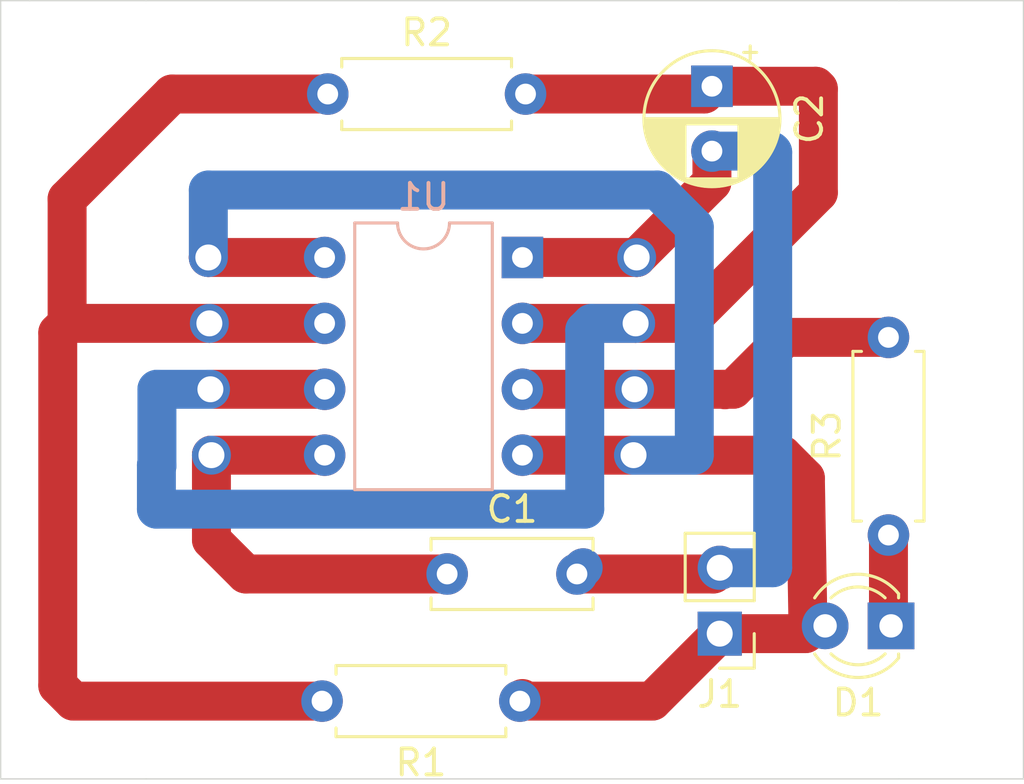
<source format=kicad_pcb>
(kicad_pcb (version 20171130) (host pcbnew 5.1.5+dfsg1-2build2)

  (general
    (thickness 1.6)
    (drawings 9)
    (tracks 81)
    (zones 0)
    (modules 8)
    (nets 8)
  )

  (page A4)
  (layers
    (0 F.Cu signal)
    (31 B.Cu signal)
    (32 B.Adhes user)
    (33 F.Adhes user)
    (34 B.Paste user)
    (35 F.Paste user)
    (36 B.SilkS user)
    (37 F.SilkS user)
    (38 B.Mask user)
    (39 F.Mask user)
    (40 Dwgs.User user)
    (41 Cmts.User user)
    (42 Eco1.User user)
    (43 Eco2.User user)
    (44 Edge.Cuts user)
    (45 Margin user)
    (46 B.CrtYd user)
    (47 F.CrtYd user)
    (48 B.Fab user)
    (49 F.Fab user)
  )

  (setup
    (last_trace_width 1.5)
    (user_trace_width 1.5)
    (trace_clearance 0.2)
    (zone_clearance 0.508)
    (zone_45_only no)
    (trace_min 0.2)
    (via_size 0.8)
    (via_drill 0.4)
    (via_min_size 0.4)
    (via_min_drill 0.3)
    (user_via 1.5 1)
    (uvia_size 0.3)
    (uvia_drill 0.1)
    (uvias_allowed no)
    (uvia_min_size 0.2)
    (uvia_min_drill 0.1)
    (edge_width 0.05)
    (segment_width 0.2)
    (pcb_text_width 0.3)
    (pcb_text_size 1.5 1.5)
    (mod_edge_width 0.12)
    (mod_text_size 1 1)
    (mod_text_width 0.15)
    (pad_size 1.524 1.524)
    (pad_drill 0.762)
    (pad_to_mask_clearance 0.051)
    (solder_mask_min_width 0.25)
    (aux_axis_origin 0 0)
    (visible_elements FFFFFF7F)
    (pcbplotparams
      (layerselection 0x010fc_ffffffff)
      (usegerberextensions false)
      (usegerberattributes false)
      (usegerberadvancedattributes false)
      (creategerberjobfile false)
      (excludeedgelayer true)
      (linewidth 0.100000)
      (plotframeref false)
      (viasonmask false)
      (mode 1)
      (useauxorigin false)
      (hpglpennumber 1)
      (hpglpenspeed 20)
      (hpglpendiameter 15.000000)
      (psnegative false)
      (psa4output false)
      (plotreference true)
      (plotvalue true)
      (plotinvisibletext false)
      (padsonsilk false)
      (subtractmaskfromsilk false)
      (outputformat 1)
      (mirror false)
      (drillshape 1)
      (scaleselection 1)
      (outputdirectory ""))
  )

  (net 0 "")
  (net 1 "Net-(C1-Pad1)")
  (net 2 GND)
  (net 3 "Net-(C2-Pad1)")
  (net 4 +5V)
  (net 5 "Net-(R1-Pad2)")
  (net 6 "Net-(D1-Pad1)")
  (net 7 "Net-(R3-Pad2)")

  (net_class Default "This is the default net class."
    (clearance 0.2)
    (trace_width 0.25)
    (via_dia 0.8)
    (via_drill 0.4)
    (uvia_dia 0.3)
    (uvia_drill 0.1)
    (add_net +5V)
    (add_net GND)
    (add_net "Net-(C1-Pad1)")
    (add_net "Net-(C2-Pad1)")
    (add_net "Net-(D1-Pad1)")
    (add_net "Net-(R1-Pad2)")
    (add_net "Net-(R3-Pad2)")
  )

  (module Capacitor_THT:C_Disc_D6.0mm_W2.5mm_P5.00mm (layer F.Cu) (tedit 5AE50EF0) (tstamp 62D15FE2)
    (at 11.2 -8.3)
    (descr "C, Disc series, Radial, pin pitch=5.00mm, , diameter*width=6*2.5mm^2, Capacitor, http://cdn-reichelt.de/documents/datenblatt/B300/DS_KERKO_TC.pdf")
    (tags "C Disc series Radial pin pitch 5.00mm  diameter 6mm width 2.5mm Capacitor")
    (path /62D16355)
    (fp_text reference C1 (at 2.5 -2.5) (layer F.SilkS)
      (effects (font (size 1 1) (thickness 0.15)))
    )
    (fp_text value 0.01uF (at 2.5 2.5) (layer F.Fab)
      (effects (font (size 1 1) (thickness 0.15)))
    )
    (fp_line (start -0.5 -1.25) (end -0.5 1.25) (layer F.Fab) (width 0.1))
    (fp_line (start -0.5 1.25) (end 5.5 1.25) (layer F.Fab) (width 0.1))
    (fp_line (start 5.5 1.25) (end 5.5 -1.25) (layer F.Fab) (width 0.1))
    (fp_line (start 5.5 -1.25) (end -0.5 -1.25) (layer F.Fab) (width 0.1))
    (fp_line (start -0.62 -1.37) (end 5.62 -1.37) (layer F.SilkS) (width 0.12))
    (fp_line (start -0.62 1.37) (end 5.62 1.37) (layer F.SilkS) (width 0.12))
    (fp_line (start -0.62 -1.37) (end -0.62 -0.925) (layer F.SilkS) (width 0.12))
    (fp_line (start -0.62 0.925) (end -0.62 1.37) (layer F.SilkS) (width 0.12))
    (fp_line (start 5.62 -1.37) (end 5.62 -0.925) (layer F.SilkS) (width 0.12))
    (fp_line (start 5.62 0.925) (end 5.62 1.37) (layer F.SilkS) (width 0.12))
    (fp_line (start -1.05 -1.5) (end -1.05 1.5) (layer F.CrtYd) (width 0.05))
    (fp_line (start -1.05 1.5) (end 6.05 1.5) (layer F.CrtYd) (width 0.05))
    (fp_line (start 6.05 1.5) (end 6.05 -1.5) (layer F.CrtYd) (width 0.05))
    (fp_line (start 6.05 -1.5) (end -1.05 -1.5) (layer F.CrtYd) (width 0.05))
    (fp_text user %R (at 2.5 0) (layer F.Fab)
      (effects (font (size 1 1) (thickness 0.15)))
    )
    (pad 1 thru_hole circle (at 0 0) (size 1.6 1.6) (drill 0.8) (layers *.Cu *.Mask)
      (net 1 "Net-(C1-Pad1)"))
    (pad 2 thru_hole circle (at 5 0) (size 1.6 1.6) (drill 0.8) (layers *.Cu *.Mask)
      (net 2 GND))
    (model ${KISYS3DMOD}/Capacitor_THT.3dshapes/C_Disc_D6.0mm_W2.5mm_P5.00mm.wrl
      (at (xyz 0 0 0))
      (scale (xyz 1 1 1))
      (rotate (xyz 0 0 0))
    )
  )

  (module Capacitor_THT:CP_Radial_D5.0mm_P2.50mm (layer F.Cu) (tedit 5AE50EF0) (tstamp 62D16066)
    (at 21.4 -27.1 270)
    (descr "CP, Radial series, Radial, pin pitch=2.50mm, , diameter=5mm, Electrolytic Capacitor")
    (tags "CP Radial series Radial pin pitch 2.50mm  diameter 5mm Electrolytic Capacitor")
    (path /62D260C3)
    (fp_text reference C2 (at 1.25 -3.75 90) (layer F.SilkS)
      (effects (font (size 1 1) (thickness 0.15)))
    )
    (fp_text value 100uF (at 1.25 3.75 90) (layer F.Fab)
      (effects (font (size 1 1) (thickness 0.15)))
    )
    (fp_circle (center 1.25 0) (end 3.75 0) (layer F.Fab) (width 0.1))
    (fp_circle (center 1.25 0) (end 3.87 0) (layer F.SilkS) (width 0.12))
    (fp_circle (center 1.25 0) (end 4 0) (layer F.CrtYd) (width 0.05))
    (fp_line (start -0.883605 -1.0875) (end -0.383605 -1.0875) (layer F.Fab) (width 0.1))
    (fp_line (start -0.633605 -1.3375) (end -0.633605 -0.8375) (layer F.Fab) (width 0.1))
    (fp_line (start 1.25 -2.58) (end 1.25 2.58) (layer F.SilkS) (width 0.12))
    (fp_line (start 1.29 -2.58) (end 1.29 2.58) (layer F.SilkS) (width 0.12))
    (fp_line (start 1.33 -2.579) (end 1.33 2.579) (layer F.SilkS) (width 0.12))
    (fp_line (start 1.37 -2.578) (end 1.37 2.578) (layer F.SilkS) (width 0.12))
    (fp_line (start 1.41 -2.576) (end 1.41 2.576) (layer F.SilkS) (width 0.12))
    (fp_line (start 1.45 -2.573) (end 1.45 2.573) (layer F.SilkS) (width 0.12))
    (fp_line (start 1.49 -2.569) (end 1.49 -1.04) (layer F.SilkS) (width 0.12))
    (fp_line (start 1.49 1.04) (end 1.49 2.569) (layer F.SilkS) (width 0.12))
    (fp_line (start 1.53 -2.565) (end 1.53 -1.04) (layer F.SilkS) (width 0.12))
    (fp_line (start 1.53 1.04) (end 1.53 2.565) (layer F.SilkS) (width 0.12))
    (fp_line (start 1.57 -2.561) (end 1.57 -1.04) (layer F.SilkS) (width 0.12))
    (fp_line (start 1.57 1.04) (end 1.57 2.561) (layer F.SilkS) (width 0.12))
    (fp_line (start 1.61 -2.556) (end 1.61 -1.04) (layer F.SilkS) (width 0.12))
    (fp_line (start 1.61 1.04) (end 1.61 2.556) (layer F.SilkS) (width 0.12))
    (fp_line (start 1.65 -2.55) (end 1.65 -1.04) (layer F.SilkS) (width 0.12))
    (fp_line (start 1.65 1.04) (end 1.65 2.55) (layer F.SilkS) (width 0.12))
    (fp_line (start 1.69 -2.543) (end 1.69 -1.04) (layer F.SilkS) (width 0.12))
    (fp_line (start 1.69 1.04) (end 1.69 2.543) (layer F.SilkS) (width 0.12))
    (fp_line (start 1.73 -2.536) (end 1.73 -1.04) (layer F.SilkS) (width 0.12))
    (fp_line (start 1.73 1.04) (end 1.73 2.536) (layer F.SilkS) (width 0.12))
    (fp_line (start 1.77 -2.528) (end 1.77 -1.04) (layer F.SilkS) (width 0.12))
    (fp_line (start 1.77 1.04) (end 1.77 2.528) (layer F.SilkS) (width 0.12))
    (fp_line (start 1.81 -2.52) (end 1.81 -1.04) (layer F.SilkS) (width 0.12))
    (fp_line (start 1.81 1.04) (end 1.81 2.52) (layer F.SilkS) (width 0.12))
    (fp_line (start 1.85 -2.511) (end 1.85 -1.04) (layer F.SilkS) (width 0.12))
    (fp_line (start 1.85 1.04) (end 1.85 2.511) (layer F.SilkS) (width 0.12))
    (fp_line (start 1.89 -2.501) (end 1.89 -1.04) (layer F.SilkS) (width 0.12))
    (fp_line (start 1.89 1.04) (end 1.89 2.501) (layer F.SilkS) (width 0.12))
    (fp_line (start 1.93 -2.491) (end 1.93 -1.04) (layer F.SilkS) (width 0.12))
    (fp_line (start 1.93 1.04) (end 1.93 2.491) (layer F.SilkS) (width 0.12))
    (fp_line (start 1.971 -2.48) (end 1.971 -1.04) (layer F.SilkS) (width 0.12))
    (fp_line (start 1.971 1.04) (end 1.971 2.48) (layer F.SilkS) (width 0.12))
    (fp_line (start 2.011 -2.468) (end 2.011 -1.04) (layer F.SilkS) (width 0.12))
    (fp_line (start 2.011 1.04) (end 2.011 2.468) (layer F.SilkS) (width 0.12))
    (fp_line (start 2.051 -2.455) (end 2.051 -1.04) (layer F.SilkS) (width 0.12))
    (fp_line (start 2.051 1.04) (end 2.051 2.455) (layer F.SilkS) (width 0.12))
    (fp_line (start 2.091 -2.442) (end 2.091 -1.04) (layer F.SilkS) (width 0.12))
    (fp_line (start 2.091 1.04) (end 2.091 2.442) (layer F.SilkS) (width 0.12))
    (fp_line (start 2.131 -2.428) (end 2.131 -1.04) (layer F.SilkS) (width 0.12))
    (fp_line (start 2.131 1.04) (end 2.131 2.428) (layer F.SilkS) (width 0.12))
    (fp_line (start 2.171 -2.414) (end 2.171 -1.04) (layer F.SilkS) (width 0.12))
    (fp_line (start 2.171 1.04) (end 2.171 2.414) (layer F.SilkS) (width 0.12))
    (fp_line (start 2.211 -2.398) (end 2.211 -1.04) (layer F.SilkS) (width 0.12))
    (fp_line (start 2.211 1.04) (end 2.211 2.398) (layer F.SilkS) (width 0.12))
    (fp_line (start 2.251 -2.382) (end 2.251 -1.04) (layer F.SilkS) (width 0.12))
    (fp_line (start 2.251 1.04) (end 2.251 2.382) (layer F.SilkS) (width 0.12))
    (fp_line (start 2.291 -2.365) (end 2.291 -1.04) (layer F.SilkS) (width 0.12))
    (fp_line (start 2.291 1.04) (end 2.291 2.365) (layer F.SilkS) (width 0.12))
    (fp_line (start 2.331 -2.348) (end 2.331 -1.04) (layer F.SilkS) (width 0.12))
    (fp_line (start 2.331 1.04) (end 2.331 2.348) (layer F.SilkS) (width 0.12))
    (fp_line (start 2.371 -2.329) (end 2.371 -1.04) (layer F.SilkS) (width 0.12))
    (fp_line (start 2.371 1.04) (end 2.371 2.329) (layer F.SilkS) (width 0.12))
    (fp_line (start 2.411 -2.31) (end 2.411 -1.04) (layer F.SilkS) (width 0.12))
    (fp_line (start 2.411 1.04) (end 2.411 2.31) (layer F.SilkS) (width 0.12))
    (fp_line (start 2.451 -2.29) (end 2.451 -1.04) (layer F.SilkS) (width 0.12))
    (fp_line (start 2.451 1.04) (end 2.451 2.29) (layer F.SilkS) (width 0.12))
    (fp_line (start 2.491 -2.268) (end 2.491 -1.04) (layer F.SilkS) (width 0.12))
    (fp_line (start 2.491 1.04) (end 2.491 2.268) (layer F.SilkS) (width 0.12))
    (fp_line (start 2.531 -2.247) (end 2.531 -1.04) (layer F.SilkS) (width 0.12))
    (fp_line (start 2.531 1.04) (end 2.531 2.247) (layer F.SilkS) (width 0.12))
    (fp_line (start 2.571 -2.224) (end 2.571 -1.04) (layer F.SilkS) (width 0.12))
    (fp_line (start 2.571 1.04) (end 2.571 2.224) (layer F.SilkS) (width 0.12))
    (fp_line (start 2.611 -2.2) (end 2.611 -1.04) (layer F.SilkS) (width 0.12))
    (fp_line (start 2.611 1.04) (end 2.611 2.2) (layer F.SilkS) (width 0.12))
    (fp_line (start 2.651 -2.175) (end 2.651 -1.04) (layer F.SilkS) (width 0.12))
    (fp_line (start 2.651 1.04) (end 2.651 2.175) (layer F.SilkS) (width 0.12))
    (fp_line (start 2.691 -2.149) (end 2.691 -1.04) (layer F.SilkS) (width 0.12))
    (fp_line (start 2.691 1.04) (end 2.691 2.149) (layer F.SilkS) (width 0.12))
    (fp_line (start 2.731 -2.122) (end 2.731 -1.04) (layer F.SilkS) (width 0.12))
    (fp_line (start 2.731 1.04) (end 2.731 2.122) (layer F.SilkS) (width 0.12))
    (fp_line (start 2.771 -2.095) (end 2.771 -1.04) (layer F.SilkS) (width 0.12))
    (fp_line (start 2.771 1.04) (end 2.771 2.095) (layer F.SilkS) (width 0.12))
    (fp_line (start 2.811 -2.065) (end 2.811 -1.04) (layer F.SilkS) (width 0.12))
    (fp_line (start 2.811 1.04) (end 2.811 2.065) (layer F.SilkS) (width 0.12))
    (fp_line (start 2.851 -2.035) (end 2.851 -1.04) (layer F.SilkS) (width 0.12))
    (fp_line (start 2.851 1.04) (end 2.851 2.035) (layer F.SilkS) (width 0.12))
    (fp_line (start 2.891 -2.004) (end 2.891 -1.04) (layer F.SilkS) (width 0.12))
    (fp_line (start 2.891 1.04) (end 2.891 2.004) (layer F.SilkS) (width 0.12))
    (fp_line (start 2.931 -1.971) (end 2.931 -1.04) (layer F.SilkS) (width 0.12))
    (fp_line (start 2.931 1.04) (end 2.931 1.971) (layer F.SilkS) (width 0.12))
    (fp_line (start 2.971 -1.937) (end 2.971 -1.04) (layer F.SilkS) (width 0.12))
    (fp_line (start 2.971 1.04) (end 2.971 1.937) (layer F.SilkS) (width 0.12))
    (fp_line (start 3.011 -1.901) (end 3.011 -1.04) (layer F.SilkS) (width 0.12))
    (fp_line (start 3.011 1.04) (end 3.011 1.901) (layer F.SilkS) (width 0.12))
    (fp_line (start 3.051 -1.864) (end 3.051 -1.04) (layer F.SilkS) (width 0.12))
    (fp_line (start 3.051 1.04) (end 3.051 1.864) (layer F.SilkS) (width 0.12))
    (fp_line (start 3.091 -1.826) (end 3.091 -1.04) (layer F.SilkS) (width 0.12))
    (fp_line (start 3.091 1.04) (end 3.091 1.826) (layer F.SilkS) (width 0.12))
    (fp_line (start 3.131 -1.785) (end 3.131 -1.04) (layer F.SilkS) (width 0.12))
    (fp_line (start 3.131 1.04) (end 3.131 1.785) (layer F.SilkS) (width 0.12))
    (fp_line (start 3.171 -1.743) (end 3.171 -1.04) (layer F.SilkS) (width 0.12))
    (fp_line (start 3.171 1.04) (end 3.171 1.743) (layer F.SilkS) (width 0.12))
    (fp_line (start 3.211 -1.699) (end 3.211 -1.04) (layer F.SilkS) (width 0.12))
    (fp_line (start 3.211 1.04) (end 3.211 1.699) (layer F.SilkS) (width 0.12))
    (fp_line (start 3.251 -1.653) (end 3.251 -1.04) (layer F.SilkS) (width 0.12))
    (fp_line (start 3.251 1.04) (end 3.251 1.653) (layer F.SilkS) (width 0.12))
    (fp_line (start 3.291 -1.605) (end 3.291 -1.04) (layer F.SilkS) (width 0.12))
    (fp_line (start 3.291 1.04) (end 3.291 1.605) (layer F.SilkS) (width 0.12))
    (fp_line (start 3.331 -1.554) (end 3.331 -1.04) (layer F.SilkS) (width 0.12))
    (fp_line (start 3.331 1.04) (end 3.331 1.554) (layer F.SilkS) (width 0.12))
    (fp_line (start 3.371 -1.5) (end 3.371 -1.04) (layer F.SilkS) (width 0.12))
    (fp_line (start 3.371 1.04) (end 3.371 1.5) (layer F.SilkS) (width 0.12))
    (fp_line (start 3.411 -1.443) (end 3.411 -1.04) (layer F.SilkS) (width 0.12))
    (fp_line (start 3.411 1.04) (end 3.411 1.443) (layer F.SilkS) (width 0.12))
    (fp_line (start 3.451 -1.383) (end 3.451 -1.04) (layer F.SilkS) (width 0.12))
    (fp_line (start 3.451 1.04) (end 3.451 1.383) (layer F.SilkS) (width 0.12))
    (fp_line (start 3.491 -1.319) (end 3.491 -1.04) (layer F.SilkS) (width 0.12))
    (fp_line (start 3.491 1.04) (end 3.491 1.319) (layer F.SilkS) (width 0.12))
    (fp_line (start 3.531 -1.251) (end 3.531 -1.04) (layer F.SilkS) (width 0.12))
    (fp_line (start 3.531 1.04) (end 3.531 1.251) (layer F.SilkS) (width 0.12))
    (fp_line (start 3.571 -1.178) (end 3.571 1.178) (layer F.SilkS) (width 0.12))
    (fp_line (start 3.611 -1.098) (end 3.611 1.098) (layer F.SilkS) (width 0.12))
    (fp_line (start 3.651 -1.011) (end 3.651 1.011) (layer F.SilkS) (width 0.12))
    (fp_line (start 3.691 -0.915) (end 3.691 0.915) (layer F.SilkS) (width 0.12))
    (fp_line (start 3.731 -0.805) (end 3.731 0.805) (layer F.SilkS) (width 0.12))
    (fp_line (start 3.771 -0.677) (end 3.771 0.677) (layer F.SilkS) (width 0.12))
    (fp_line (start 3.811 -0.518) (end 3.811 0.518) (layer F.SilkS) (width 0.12))
    (fp_line (start 3.851 -0.284) (end 3.851 0.284) (layer F.SilkS) (width 0.12))
    (fp_line (start -1.554775 -1.475) (end -1.054775 -1.475) (layer F.SilkS) (width 0.12))
    (fp_line (start -1.304775 -1.725) (end -1.304775 -1.225) (layer F.SilkS) (width 0.12))
    (fp_text user %R (at 1.25 0 90) (layer F.Fab)
      (effects (font (size 1 1) (thickness 0.15)))
    )
    (pad 1 thru_hole rect (at 0 0 270) (size 1.6 1.6) (drill 0.8) (layers *.Cu *.Mask)
      (net 3 "Net-(C2-Pad1)"))
    (pad 2 thru_hole circle (at 2.5 0 270) (size 1.6 1.6) (drill 0.8) (layers *.Cu *.Mask)
      (net 2 GND))
    (model ${KISYS3DMOD}/Capacitor_THT.3dshapes/CP_Radial_D5.0mm_P2.50mm.wrl
      (at (xyz 0 0 0))
      (scale (xyz 1 1 1))
      (rotate (xyz 0 0 0))
    )
  )

  (module Connector_PinHeader_2.54mm:PinHeader_1x02_P2.54mm_Vertical (layer F.Cu) (tedit 59FED5CC) (tstamp 62D1607C)
    (at 21.7 -6 180)
    (descr "Through hole straight pin header, 1x02, 2.54mm pitch, single row")
    (tags "Through hole pin header THT 1x02 2.54mm single row")
    (path /62D177D9)
    (fp_text reference J1 (at 0 -2.33) (layer F.SilkS)
      (effects (font (size 1 1) (thickness 0.15)))
    )
    (fp_text value Conn_01x02_Male (at 0 4.87) (layer F.Fab)
      (effects (font (size 1 1) (thickness 0.15)))
    )
    (fp_line (start -0.635 -1.27) (end 1.27 -1.27) (layer F.Fab) (width 0.1))
    (fp_line (start 1.27 -1.27) (end 1.27 3.81) (layer F.Fab) (width 0.1))
    (fp_line (start 1.27 3.81) (end -1.27 3.81) (layer F.Fab) (width 0.1))
    (fp_line (start -1.27 3.81) (end -1.27 -0.635) (layer F.Fab) (width 0.1))
    (fp_line (start -1.27 -0.635) (end -0.635 -1.27) (layer F.Fab) (width 0.1))
    (fp_line (start -1.33 3.87) (end 1.33 3.87) (layer F.SilkS) (width 0.12))
    (fp_line (start -1.33 1.27) (end -1.33 3.87) (layer F.SilkS) (width 0.12))
    (fp_line (start 1.33 1.27) (end 1.33 3.87) (layer F.SilkS) (width 0.12))
    (fp_line (start -1.33 1.27) (end 1.33 1.27) (layer F.SilkS) (width 0.12))
    (fp_line (start -1.33 0) (end -1.33 -1.33) (layer F.SilkS) (width 0.12))
    (fp_line (start -1.33 -1.33) (end 0 -1.33) (layer F.SilkS) (width 0.12))
    (fp_line (start -1.8 -1.8) (end -1.8 4.35) (layer F.CrtYd) (width 0.05))
    (fp_line (start -1.8 4.35) (end 1.8 4.35) (layer F.CrtYd) (width 0.05))
    (fp_line (start 1.8 4.35) (end 1.8 -1.8) (layer F.CrtYd) (width 0.05))
    (fp_line (start 1.8 -1.8) (end -1.8 -1.8) (layer F.CrtYd) (width 0.05))
    (fp_text user %R (at 0 1.27 90) (layer F.Fab)
      (effects (font (size 1 1) (thickness 0.15)))
    )
    (pad 1 thru_hole rect (at 0 0 180) (size 1.7 1.7) (drill 1) (layers *.Cu *.Mask)
      (net 4 +5V))
    (pad 2 thru_hole oval (at 0 2.54 180) (size 1.7 1.7) (drill 1) (layers *.Cu *.Mask)
      (net 2 GND))
    (model ${KISYS3DMOD}/Connector_PinHeader_2.54mm.3dshapes/PinHeader_1x02_P2.54mm_Vertical.wrl
      (at (xyz 0 0 0))
      (scale (xyz 1 1 1))
      (rotate (xyz 0 0 0))
    )
  )

  (module Resistor_THT:R_Axial_DIN0207_L6.3mm_D2.5mm_P7.62mm_Horizontal (layer F.Cu) (tedit 5AE5139B) (tstamp 62D160A8)
    (at 14 -3.4 180)
    (descr "Resistor, Axial_DIN0207 series, Axial, Horizontal, pin pitch=7.62mm, 0.25W = 1/4W, length*diameter=6.3*2.5mm^2, http://cdn-reichelt.de/documents/datenblatt/B400/1_4W%23YAG.pdf")
    (tags "Resistor Axial_DIN0207 series Axial Horizontal pin pitch 7.62mm 0.25W = 1/4W length 6.3mm diameter 2.5mm")
    (path /62D1D643)
    (fp_text reference R1 (at 3.81 -2.37) (layer F.SilkS)
      (effects (font (size 1 1) (thickness 0.15)))
    )
    (fp_text value 4.7K (at 3.81 2.37) (layer F.Fab)
      (effects (font (size 1 1) (thickness 0.15)))
    )
    (fp_line (start 8.67 -1.5) (end -1.05 -1.5) (layer F.CrtYd) (width 0.05))
    (fp_line (start 8.67 1.5) (end 8.67 -1.5) (layer F.CrtYd) (width 0.05))
    (fp_line (start -1.05 1.5) (end 8.67 1.5) (layer F.CrtYd) (width 0.05))
    (fp_line (start -1.05 -1.5) (end -1.05 1.5) (layer F.CrtYd) (width 0.05))
    (fp_line (start 7.08 1.37) (end 7.08 1.04) (layer F.SilkS) (width 0.12))
    (fp_line (start 0.54 1.37) (end 7.08 1.37) (layer F.SilkS) (width 0.12))
    (fp_line (start 0.54 1.04) (end 0.54 1.37) (layer F.SilkS) (width 0.12))
    (fp_line (start 7.08 -1.37) (end 7.08 -1.04) (layer F.SilkS) (width 0.12))
    (fp_line (start 0.54 -1.37) (end 7.08 -1.37) (layer F.SilkS) (width 0.12))
    (fp_line (start 0.54 -1.04) (end 0.54 -1.37) (layer F.SilkS) (width 0.12))
    (fp_line (start 7.62 0) (end 6.96 0) (layer F.Fab) (width 0.1))
    (fp_line (start 0 0) (end 0.66 0) (layer F.Fab) (width 0.1))
    (fp_line (start 6.96 -1.25) (end 0.66 -1.25) (layer F.Fab) (width 0.1))
    (fp_line (start 6.96 1.25) (end 6.96 -1.25) (layer F.Fab) (width 0.1))
    (fp_line (start 0.66 1.25) (end 6.96 1.25) (layer F.Fab) (width 0.1))
    (fp_line (start 0.66 -1.25) (end 0.66 1.25) (layer F.Fab) (width 0.1))
    (fp_text user %R (at 3.81 0) (layer F.Fab)
      (effects (font (size 1 1) (thickness 0.15)))
    )
    (pad 2 thru_hole oval (at 7.62 0 180) (size 1.6 1.6) (drill 0.8) (layers *.Cu *.Mask)
      (net 5 "Net-(R1-Pad2)"))
    (pad 1 thru_hole circle (at 0 0 180) (size 1.6 1.6) (drill 0.8) (layers *.Cu *.Mask)
      (net 4 +5V))
    (model ${KISYS3DMOD}/Resistor_THT.3dshapes/R_Axial_DIN0207_L6.3mm_D2.5mm_P7.62mm_Horizontal.wrl
      (at (xyz 0 0 0))
      (scale (xyz 1 1 1))
      (rotate (xyz 0 0 0))
    )
  )

  (module Resistor_THT:R_Axial_DIN0207_L6.3mm_D2.5mm_P7.62mm_Horizontal (layer F.Cu) (tedit 5AE5139B) (tstamp 62D160BF)
    (at 6.6 -26.8)
    (descr "Resistor, Axial_DIN0207 series, Axial, Horizontal, pin pitch=7.62mm, 0.25W = 1/4W, length*diameter=6.3*2.5mm^2, http://cdn-reichelt.de/documents/datenblatt/B400/1_4W%23YAG.pdf")
    (tags "Resistor Axial_DIN0207 series Axial Horizontal pin pitch 7.62mm 0.25W = 1/4W length 6.3mm diameter 2.5mm")
    (path /62D15F6E)
    (fp_text reference R2 (at 3.81 -2.37) (layer F.SilkS)
      (effects (font (size 1 1) (thickness 0.15)))
    )
    (fp_text value 8.2K (at 3.81 2.37) (layer F.Fab)
      (effects (font (size 1 1) (thickness 0.15)))
    )
    (fp_line (start 0.66 -1.25) (end 0.66 1.25) (layer F.Fab) (width 0.1))
    (fp_line (start 0.66 1.25) (end 6.96 1.25) (layer F.Fab) (width 0.1))
    (fp_line (start 6.96 1.25) (end 6.96 -1.25) (layer F.Fab) (width 0.1))
    (fp_line (start 6.96 -1.25) (end 0.66 -1.25) (layer F.Fab) (width 0.1))
    (fp_line (start 0 0) (end 0.66 0) (layer F.Fab) (width 0.1))
    (fp_line (start 7.62 0) (end 6.96 0) (layer F.Fab) (width 0.1))
    (fp_line (start 0.54 -1.04) (end 0.54 -1.37) (layer F.SilkS) (width 0.12))
    (fp_line (start 0.54 -1.37) (end 7.08 -1.37) (layer F.SilkS) (width 0.12))
    (fp_line (start 7.08 -1.37) (end 7.08 -1.04) (layer F.SilkS) (width 0.12))
    (fp_line (start 0.54 1.04) (end 0.54 1.37) (layer F.SilkS) (width 0.12))
    (fp_line (start 0.54 1.37) (end 7.08 1.37) (layer F.SilkS) (width 0.12))
    (fp_line (start 7.08 1.37) (end 7.08 1.04) (layer F.SilkS) (width 0.12))
    (fp_line (start -1.05 -1.5) (end -1.05 1.5) (layer F.CrtYd) (width 0.05))
    (fp_line (start -1.05 1.5) (end 8.67 1.5) (layer F.CrtYd) (width 0.05))
    (fp_line (start 8.67 1.5) (end 8.67 -1.5) (layer F.CrtYd) (width 0.05))
    (fp_line (start 8.67 -1.5) (end -1.05 -1.5) (layer F.CrtYd) (width 0.05))
    (fp_text user %R (at 3.81 0) (layer F.Fab)
      (effects (font (size 1 1) (thickness 0.15)))
    )
    (pad 1 thru_hole circle (at 0 0) (size 1.6 1.6) (drill 0.8) (layers *.Cu *.Mask)
      (net 5 "Net-(R1-Pad2)"))
    (pad 2 thru_hole oval (at 7.62 0) (size 1.6 1.6) (drill 0.8) (layers *.Cu *.Mask)
      (net 3 "Net-(C2-Pad1)"))
    (model ${KISYS3DMOD}/Resistor_THT.3dshapes/R_Axial_DIN0207_L6.3mm_D2.5mm_P7.62mm_Horizontal.wrl
      (at (xyz 0 0 0))
      (scale (xyz 1 1 1))
      (rotate (xyz 0 0 0))
    )
  )

  (module Package_DIP:DIP-8_W7.62mm (layer B.Cu) (tedit 5A02E8C5) (tstamp 62D160DB)
    (at 14.1 -20.5 180)
    (descr "8-lead though-hole mounted DIP package, row spacing 7.62 mm (300 mils)")
    (tags "THT DIP DIL PDIP 2.54mm 7.62mm 300mil")
    (path /62D1569B)
    (fp_text reference U1 (at 3.81 2.33) (layer B.SilkS)
      (effects (font (size 1 1) (thickness 0.15)) (justify mirror))
    )
    (fp_text value LM555 (at 3.81 -9.95) (layer B.Fab)
      (effects (font (size 1 1) (thickness 0.15)) (justify mirror))
    )
    (fp_line (start 1.635 1.27) (end 6.985 1.27) (layer B.Fab) (width 0.1))
    (fp_line (start 6.985 1.27) (end 6.985 -8.89) (layer B.Fab) (width 0.1))
    (fp_line (start 6.985 -8.89) (end 0.635 -8.89) (layer B.Fab) (width 0.1))
    (fp_line (start 0.635 -8.89) (end 0.635 0.27) (layer B.Fab) (width 0.1))
    (fp_line (start 0.635 0.27) (end 1.635 1.27) (layer B.Fab) (width 0.1))
    (fp_line (start 2.81 1.33) (end 1.16 1.33) (layer B.SilkS) (width 0.12))
    (fp_line (start 1.16 1.33) (end 1.16 -8.95) (layer B.SilkS) (width 0.12))
    (fp_line (start 1.16 -8.95) (end 6.46 -8.95) (layer B.SilkS) (width 0.12))
    (fp_line (start 6.46 -8.95) (end 6.46 1.33) (layer B.SilkS) (width 0.12))
    (fp_line (start 6.46 1.33) (end 4.81 1.33) (layer B.SilkS) (width 0.12))
    (fp_line (start -1.1 1.55) (end -1.1 -9.15) (layer B.CrtYd) (width 0.05))
    (fp_line (start -1.1 -9.15) (end 8.7 -9.15) (layer B.CrtYd) (width 0.05))
    (fp_line (start 8.7 -9.15) (end 8.7 1.55) (layer B.CrtYd) (width 0.05))
    (fp_line (start 8.7 1.55) (end -1.1 1.55) (layer B.CrtYd) (width 0.05))
    (fp_arc (start 3.81 1.33) (end 2.81 1.33) (angle 180) (layer B.SilkS) (width 0.12))
    (fp_text user %R (at 3.81 -3.81) (layer B.Fab)
      (effects (font (size 1 1) (thickness 0.15)) (justify mirror))
    )
    (pad 1 thru_hole rect (at 0 0 180) (size 1.6 1.6) (drill 0.8) (layers *.Cu *.Mask)
      (net 2 GND))
    (pad 5 thru_hole oval (at 7.62 -7.62 180) (size 1.6 1.6) (drill 0.8) (layers *.Cu *.Mask)
      (net 1 "Net-(C1-Pad1)"))
    (pad 2 thru_hole oval (at 0 -2.54 180) (size 1.6 1.6) (drill 0.8) (layers *.Cu *.Mask)
      (net 3 "Net-(C2-Pad1)"))
    (pad 6 thru_hole oval (at 7.62 -5.08 180) (size 1.6 1.6) (drill 0.8) (layers *.Cu *.Mask)
      (net 3 "Net-(C2-Pad1)"))
    (pad 3 thru_hole oval (at 0 -5.08 180) (size 1.6 1.6) (drill 0.8) (layers *.Cu *.Mask)
      (net 7 "Net-(R3-Pad2)"))
    (pad 7 thru_hole oval (at 7.62 -2.54 180) (size 1.6 1.6) (drill 0.8) (layers *.Cu *.Mask)
      (net 5 "Net-(R1-Pad2)"))
    (pad 4 thru_hole oval (at 0 -7.62 180) (size 1.6 1.6) (drill 0.8) (layers *.Cu *.Mask)
      (net 4 +5V))
    (pad 8 thru_hole oval (at 7.62 0 180) (size 1.6 1.6) (drill 0.8) (layers *.Cu *.Mask)
      (net 4 +5V))
    (model ${KISYS3DMOD}/Package_DIP.3dshapes/DIP-8_W7.62mm.wrl
      (at (xyz 0 0 0))
      (scale (xyz 1 1 1))
      (rotate (xyz 0 0 0))
    )
  )

  (module LED_THT:LED_D3.0mm (layer F.Cu) (tedit 587A3A7B) (tstamp 62DEAB1D)
    (at 28.3 -6.3 180)
    (descr "LED, diameter 3.0mm, 2 pins")
    (tags "LED diameter 3.0mm 2 pins")
    (path /62DEBC8B)
    (fp_text reference D1 (at 1.27 -2.96) (layer F.SilkS)
      (effects (font (size 1 1) (thickness 0.15)))
    )
    (fp_text value LED (at 1.27 2.96) (layer F.Fab)
      (effects (font (size 1 1) (thickness 0.15)))
    )
    (fp_arc (start 1.27 0) (end -0.23 -1.16619) (angle 284.3) (layer F.Fab) (width 0.1))
    (fp_arc (start 1.27 0) (end -0.29 -1.235516) (angle 108.8) (layer F.SilkS) (width 0.12))
    (fp_arc (start 1.27 0) (end -0.29 1.235516) (angle -108.8) (layer F.SilkS) (width 0.12))
    (fp_arc (start 1.27 0) (end 0.229039 -1.08) (angle 87.9) (layer F.SilkS) (width 0.12))
    (fp_arc (start 1.27 0) (end 0.229039 1.08) (angle -87.9) (layer F.SilkS) (width 0.12))
    (fp_circle (center 1.27 0) (end 2.77 0) (layer F.Fab) (width 0.1))
    (fp_line (start -0.23 -1.16619) (end -0.23 1.16619) (layer F.Fab) (width 0.1))
    (fp_line (start -0.29 -1.236) (end -0.29 -1.08) (layer F.SilkS) (width 0.12))
    (fp_line (start -0.29 1.08) (end -0.29 1.236) (layer F.SilkS) (width 0.12))
    (fp_line (start -1.15 -2.25) (end -1.15 2.25) (layer F.CrtYd) (width 0.05))
    (fp_line (start -1.15 2.25) (end 3.7 2.25) (layer F.CrtYd) (width 0.05))
    (fp_line (start 3.7 2.25) (end 3.7 -2.25) (layer F.CrtYd) (width 0.05))
    (fp_line (start 3.7 -2.25) (end -1.15 -2.25) (layer F.CrtYd) (width 0.05))
    (pad 1 thru_hole rect (at 0 0 180) (size 1.8 1.8) (drill 0.9) (layers *.Cu *.Mask)
      (net 6 "Net-(D1-Pad1)"))
    (pad 2 thru_hole circle (at 2.54 0 180) (size 1.8 1.8) (drill 0.9) (layers *.Cu *.Mask)
      (net 4 +5V))
    (model ${KISYS3DMOD}/LED_THT.3dshapes/LED_D3.0mm.wrl
      (at (xyz 0 0 0))
      (scale (xyz 1 1 1))
      (rotate (xyz 0 0 0))
    )
  )

  (module Resistor_THT:R_Axial_DIN0207_L6.3mm_D2.5mm_P7.62mm_Horizontal (layer F.Cu) (tedit 5AE5139B) (tstamp 62DEAB34)
    (at 28.2 -9.8 90)
    (descr "Resistor, Axial_DIN0207 series, Axial, Horizontal, pin pitch=7.62mm, 0.25W = 1/4W, length*diameter=6.3*2.5mm^2, http://cdn-reichelt.de/documents/datenblatt/B400/1_4W%23YAG.pdf")
    (tags "Resistor Axial_DIN0207 series Axial Horizontal pin pitch 7.62mm 0.25W = 1/4W length 6.3mm diameter 2.5mm")
    (path /62DEB696)
    (fp_text reference R3 (at 3.81 -2.37 90) (layer F.SilkS)
      (effects (font (size 1 1) (thickness 0.15)))
    )
    (fp_text value 220R (at 3.81 2.37 90) (layer F.Fab)
      (effects (font (size 1 1) (thickness 0.15)))
    )
    (fp_line (start 0.66 -1.25) (end 0.66 1.25) (layer F.Fab) (width 0.1))
    (fp_line (start 0.66 1.25) (end 6.96 1.25) (layer F.Fab) (width 0.1))
    (fp_line (start 6.96 1.25) (end 6.96 -1.25) (layer F.Fab) (width 0.1))
    (fp_line (start 6.96 -1.25) (end 0.66 -1.25) (layer F.Fab) (width 0.1))
    (fp_line (start 0 0) (end 0.66 0) (layer F.Fab) (width 0.1))
    (fp_line (start 7.62 0) (end 6.96 0) (layer F.Fab) (width 0.1))
    (fp_line (start 0.54 -1.04) (end 0.54 -1.37) (layer F.SilkS) (width 0.12))
    (fp_line (start 0.54 -1.37) (end 7.08 -1.37) (layer F.SilkS) (width 0.12))
    (fp_line (start 7.08 -1.37) (end 7.08 -1.04) (layer F.SilkS) (width 0.12))
    (fp_line (start 0.54 1.04) (end 0.54 1.37) (layer F.SilkS) (width 0.12))
    (fp_line (start 0.54 1.37) (end 7.08 1.37) (layer F.SilkS) (width 0.12))
    (fp_line (start 7.08 1.37) (end 7.08 1.04) (layer F.SilkS) (width 0.12))
    (fp_line (start -1.05 -1.5) (end -1.05 1.5) (layer F.CrtYd) (width 0.05))
    (fp_line (start -1.05 1.5) (end 8.67 1.5) (layer F.CrtYd) (width 0.05))
    (fp_line (start 8.67 1.5) (end 8.67 -1.5) (layer F.CrtYd) (width 0.05))
    (fp_line (start 8.67 -1.5) (end -1.05 -1.5) (layer F.CrtYd) (width 0.05))
    (fp_text user %R (at 3.81 0 90) (layer F.Fab)
      (effects (font (size 1 1) (thickness 0.15)))
    )
    (pad 1 thru_hole circle (at 0 0 90) (size 1.6 1.6) (drill 0.8) (layers *.Cu *.Mask)
      (net 6 "Net-(D1-Pad1)"))
    (pad 2 thru_hole oval (at 7.62 0 90) (size 1.6 1.6) (drill 0.8) (layers *.Cu *.Mask)
      (net 7 "Net-(R3-Pad2)"))
    (model ${KISYS3DMOD}/Resistor_THT.3dshapes/R_Axial_DIN0207_L6.3mm_D2.5mm_P7.62mm_Horizontal.wrl
      (at (xyz 0 0 0))
      (scale (xyz 1 1 1))
      (rotate (xyz 0 0 0))
    )
  )

  (gr_line (start 33.4 -0.4) (end 28.6 -0.4) (layer Edge.Cuts) (width 0.05) (tstamp 62D929FE))
  (gr_line (start 33.4 -30.4) (end 33.4 -0.4) (layer Edge.Cuts) (width 0.05))
  (gr_line (start 28.6 -30.4) (end 33.4 -30.4) (layer Edge.Cuts) (width 0.05))
  (gr_line (start -6 -30.4) (end -4.88 -30.4) (layer Edge.Cuts) (width 0.05) (tstamp 62D91E74))
  (gr_line (start -6 -0.4) (end -6 -30.4) (layer Edge.Cuts) (width 0.05))
  (gr_line (start -0.4 -0.4) (end -6 -0.4) (layer Edge.Cuts) (width 0.05))
  (gr_line (start -0.4 -30.4) (end -4.88 -30.4) (layer Edge.Cuts) (width 0.05))
  (gr_line (start 28.6 -0.4) (end -0.4 -0.4) (layer Edge.Cuts) (width 0.05))
  (gr_line (start -0.4 -30.4) (end 28.6 -30.4) (layer Edge.Cuts) (width 0.05))

  (segment (start 6.48 -12.88) (end 2.12 -12.88) (width 1.5) (layer F.Cu) (net 1))
  (segment (start 2.12 -12.88) (end 2.12 -12.88) (width 1.5) (layer F.Cu) (net 1) (tstamp 62D91C4F))
  (via (at 2.12 -12.88) (size 1.5) (drill 1) (layers F.Cu B.Cu) (net 1))
  (segment (start 3.44 -8.3) (end 2.12 -9.62) (width 1.5) (layer F.Cu) (net 1))
  (segment (start 11.2 -8.3) (end 3.44 -8.3) (width 1.5) (layer F.Cu) (net 1))
  (segment (start 2.12 -12.88) (end 2.12 -9.62) (width 1.5) (layer F.Cu) (net 1))
  (segment (start 16.44 -8.54) (end 16.2 -8.3) (width 1.5) (layer B.Cu) (net 2))
  (segment (start 16.44 -8.54) (end 16.2 -8.3) (width 1.5) (layer F.Cu) (net 2))
  (segment (start 14.1 -20.5) (end 18.5 -20.5) (width 1.5) (layer F.Cu) (net 2))
  (segment (start 18.5 -20.5) (end 18.5 -20.5) (width 1.5) (layer F.Cu) (net 2) (tstamp 62D91C43))
  (via (at 18.5 -20.5) (size 1.5) (drill 1) (layers F.Cu B.Cu) (net 2))
  (segment (start 21.4 -23.4) (end 18.5 -20.5) (width 1.5) (layer F.Cu) (net 2))
  (segment (start 21.4 -24.6) (end 21.4 -23.4) (width 1.5) (layer F.Cu) (net 2))
  (segment (start 21.46 -8.3) (end 21.7 -8.54) (width 1.5) (layer F.Cu) (net 2))
  (segment (start 16.2 -8.3) (end 21.46 -8.3) (width 1.5) (layer F.Cu) (net 2))
  (segment (start 23.74 -24.56) (end 23.7 -24.6) (width 1.5) (layer B.Cu) (net 2))
  (segment (start 23.74 -8.54) (end 23.74 -24.56) (width 1.5) (layer B.Cu) (net 2))
  (segment (start 23.7 -24.6) (end 21.4 -24.6) (width 1.5) (layer B.Cu) (net 2))
  (segment (start 21.7 -8.54) (end 23.74 -8.54) (width 1.5) (layer B.Cu) (net 2))
  (segment (start 6.48 -15.42) (end 2.08 -15.42) (width 1.5) (layer F.Cu) (net 3))
  (segment (start 14.1 -17.96) (end 18.46 -17.96) (width 1.5) (layer F.Cu) (net 3))
  (segment (start 18.46 -17.96) (end 18.46 -17.96) (width 1.5) (layer F.Cu) (net 3) (tstamp 62D91C45))
  (via (at 18.46 -17.96) (size 1.5) (drill 1) (layers F.Cu B.Cu) (net 3))
  (segment (start 2.08 -15.42) (end 2.08 -15.42) (width 1.5) (layer F.Cu) (net 3) (tstamp 62D91C4D))
  (via (at 2.08 -15.42) (size 1.5) (drill 1) (layers F.Cu B.Cu) (net 3))
  (segment (start 21.1 -26.8) (end 21.4 -27.1) (width 1.5) (layer F.Cu) (net 3))
  (segment (start 14.22 -26.8) (end 21.1 -26.8) (width 1.5) (layer F.Cu) (net 3))
  (segment (start 18.46 -17.96) (end 20.46 -17.96) (width 1.5) (layer F.Cu) (net 3))
  (segment (start 20.46 -17.96) (end 25.5 -23) (width 1.5) (layer F.Cu) (net 3))
  (segment (start 25.5 -23) (end 25.5 -27) (width 1.5) (layer F.Cu) (net 3))
  (segment (start 25.4 -27.1) (end 21.4 -27.1) (width 1.5) (layer F.Cu) (net 3))
  (segment (start 25.5 -27) (end 25.4 -27.1) (width 1.5) (layer F.Cu) (net 3))
  (segment (start 0 -12.5) (end 0.02 -12.463998) (width 1.5) (layer B.Cu) (net 3))
  (segment (start 0.02 -15.42) (end 2.08 -15.42) (width 1.5) (layer B.Cu) (net 3))
  (segment (start 0 -10.8) (end 0 -12.5) (width 1.5) (layer B.Cu) (net 3))
  (segment (start 0.02 -12.463998) (end 0.02 -15.42) (width 1.5) (layer B.Cu) (net 3))
  (segment (start 16.5 -10.8) (end 0 -10.8) (width 1.5) (layer B.Cu) (net 3))
  (segment (start 16.5 -17.7) (end 16.5 -10.8) (width 1.5) (layer B.Cu) (net 3))
  (segment (start 16.76 -17.96) (end 16.5 -17.7) (width 1.5) (layer B.Cu) (net 3))
  (segment (start 18.46 -17.96) (end 16.76 -17.96) (width 1.5) (layer B.Cu) (net 3))
  (segment (start 14.1 -3.5) (end 14 -3.4) (width 1.5) (layer F.Cu) (net 4))
  (segment (start 6.48 -20.5) (end 2 -20.5) (width 1.5) (layer F.Cu) (net 4))
  (segment (start 14.1 -12.88) (end 18.38 -12.88) (width 1.5) (layer F.Cu) (net 4))
  (segment (start 18.38 -12.88) (end 18.38 -12.88) (width 1.5) (layer F.Cu) (net 4) (tstamp 62D91C47))
  (via (at 18.38 -12.88) (size 1.5) (drill 1) (layers F.Cu B.Cu) (net 4))
  (segment (start 2 -20.5) (end 2 -20.5) (width 1.5) (layer F.Cu) (net 4) (tstamp 62D91C49))
  (via (at 2 -20.5) (size 1.5) (drill 1) (layers F.Cu B.Cu) (net 4))
  (segment (start 19.1 -3.4) (end 21.7 -6) (width 1.5) (layer F.Cu) (net 4))
  (segment (start 14 -3.4) (end 19.1 -3.4) (width 1.5) (layer F.Cu) (net 4))
  (segment (start 21.7 -6) (end 25 -6) (width 1.5) (layer F.Cu) (net 4))
  (segment (start 24.12 -12.88) (end 18.38 -12.88) (width 1.5) (layer F.Cu) (net 4))
  (segment (start 25 -12) (end 24.12 -12.88) (width 1.5) (layer F.Cu) (net 4))
  (segment (start 2 -23.1) (end 2 -20.5) (width 1.5) (layer B.Cu) (net 4))
  (segment (start 19.3 -23.1) (end 2 -23.1) (width 1.5) (layer B.Cu) (net 4))
  (segment (start 20.72 -21.68) (end 19.3 -23.1) (width 1.5) (layer B.Cu) (net 4))
  (segment (start 20.72 -12.88) (end 20.72 -21.68) (width 1.5) (layer B.Cu) (net 4))
  (segment (start 18.38 -12.88) (end 20.72 -12.88) (width 1.5) (layer B.Cu) (net 4))
  (segment (start 25.76 -6.3) (end 25.1 -6.3) (width 1.5) (layer F.Cu) (net 4))
  (segment (start 25.1 -6.3) (end 25 -12) (width 1.5) (layer F.Cu) (net 4))
  (segment (start 25 -6) (end 25.1 -6.3) (width 1.5) (layer F.Cu) (net 4))
  (segment (start 14.1 -15.42) (end 18.42 -15.42) (width 1.5) (layer F.Cu) (net 7))
  (segment (start 18.42 -15.42) (end 18.42 -15.42) (width 1.5) (layer F.Cu) (net 7) (tstamp 62D91A54))
  (via (at 18.42 -15.42) (size 1.5) (drill 1) (layers F.Cu B.Cu) (net 7))
  (segment (start 21.88 -15.42) (end 21.9 -15.4) (width 1.5) (layer F.Cu) (net 7))
  (segment (start 18.42 -15.42) (end 21.88 -15.42) (width 1.5) (layer F.Cu) (net 7))
  (segment (start 6.48 -17.96) (end 2.04 -17.96) (width 1.5) (layer F.Cu) (net 5))
  (segment (start 2.04 -17.96) (end 2.04 -17.96) (width 1.5) (layer F.Cu) (net 5) (tstamp 62D91C4B))
  (via (at 2.04 -17.96) (size 1.5) (drill 1) (layers F.Cu B.Cu) (net 5))
  (segment (start 6.38 -3.4) (end -3.2 -3.4) (width 1.5) (layer F.Cu) (net 5))
  (segment (start -3.2 -3.4) (end -3.8 -4) (width 1.5) (layer F.Cu) (net 5))
  (segment (start -3.8 -4) (end -3.8 -17.6) (width 1.5) (layer F.Cu) (net 5))
  (segment (start -3.44 -17.96) (end 2.04 -17.96) (width 1.5) (layer F.Cu) (net 5))
  (segment (start -3.8 -17.6) (end -3.44 -17.96) (width 1.5) (layer F.Cu) (net 5))
  (segment (start 6.6 -26.8) (end 0.6 -26.8) (width 1.5) (layer F.Cu) (net 5))
  (segment (start -3.44 -22.76) (end -3.44 -17.96) (width 1.5) (layer F.Cu) (net 5))
  (segment (start 0.6 -26.8) (end -3.44 -22.76) (width 1.5) (layer F.Cu) (net 5))
  (segment (start 28.2 -6.4) (end 28.3 -6.3) (width 1.5) (layer F.Cu) (net 6))
  (segment (start 28.2 -9.8) (end 28.2 -6.4) (width 1.5) (layer F.Cu) (net 6))
  (segment (start 22.22 -15.42) (end 24.22 -17.42) (width 1.5) (layer F.Cu) (net 7))
  (segment (start 24.22 -17.42) (end 28.2 -17.42) (width 1.5) (layer F.Cu) (net 7))
  (segment (start 21.88 -15.42) (end 22.22 -15.42) (width 1.5) (layer F.Cu) (net 7))

)

</source>
